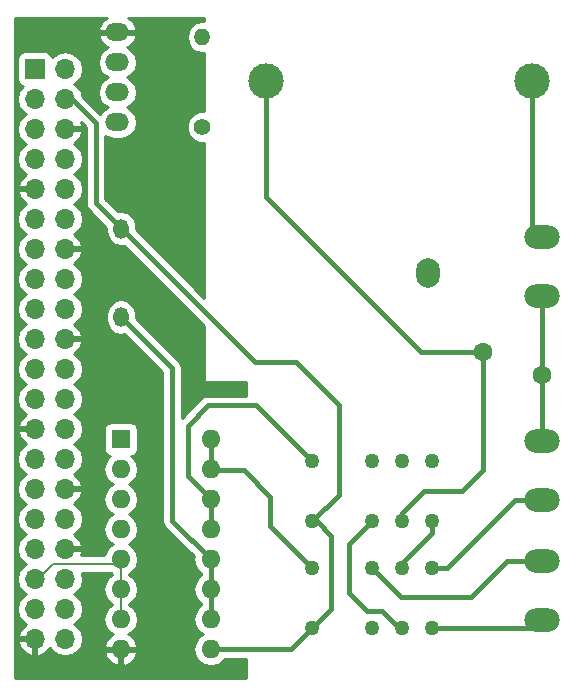
<source format=gbr>
G04 #@! TF.FileFunction,Copper,L1,Top,Signal*
%FSLAX46Y46*%
G04 Gerber Fmt 4.6, Leading zero omitted, Abs format (unit mm)*
G04 Created by KiCad (PCBNEW 4.0.7) date 06/28/18 12:54:00*
%MOMM*%
%LPD*%
G01*
G04 APERTURE LIST*
%ADD10C,0.100000*%
%ADD11C,1.270000*%
%ADD12C,3.000000*%
%ADD13R,1.700000X1.700000*%
%ADD14O,1.700000X1.700000*%
%ADD15O,3.000000X2.000000*%
%ADD16C,1.400000*%
%ADD17O,1.400000X1.400000*%
%ADD18C,1.600000*%
%ADD19O,2.000000X1.500000*%
%ADD20R,1.600000X1.600000*%
%ADD21O,1.600000X1.600000*%
%ADD22O,2.000000X2.500000*%
%ADD23O,1.300000X1.700000*%
%ADD24C,0.400000*%
%ADD25C,0.200000*%
%ADD26C,0.254000*%
G04 APERTURE END LIST*
D10*
D11*
X60274600Y-79830000D03*
X65354600Y-79830000D03*
X67894600Y-79830000D03*
X70434600Y-79830000D03*
X70434600Y-74750000D03*
X67894600Y-74750000D03*
X65354600Y-74750000D03*
X60274600Y-74750000D03*
X60274600Y-70830000D03*
X65354600Y-70830000D03*
X67894600Y-70830000D03*
X70434600Y-70830000D03*
X70434600Y-65750000D03*
X67894600Y-65750000D03*
X65354600Y-65750000D03*
X60274600Y-65750000D03*
D12*
X78892400Y-33528000D03*
X56392400Y-33528000D03*
D13*
X36830000Y-32512000D03*
D14*
X39370000Y-32512000D03*
X36830000Y-35052000D03*
X39370000Y-35052000D03*
X36830000Y-37592000D03*
X39370000Y-37592000D03*
X36830000Y-40132000D03*
X39370000Y-40132000D03*
X36830000Y-42672000D03*
X39370000Y-42672000D03*
X36830000Y-45212000D03*
X39370000Y-45212000D03*
X36830000Y-47752000D03*
X39370000Y-47752000D03*
X36830000Y-50292000D03*
X39370000Y-50292000D03*
X36830000Y-52832000D03*
X39370000Y-52832000D03*
X36830000Y-55372000D03*
X39370000Y-55372000D03*
X36830000Y-57912000D03*
X39370000Y-57912000D03*
X36830000Y-60452000D03*
X39370000Y-60452000D03*
X36830000Y-62992000D03*
X39370000Y-62992000D03*
X36830000Y-65532000D03*
X39370000Y-65532000D03*
X36830000Y-68072000D03*
X39370000Y-68072000D03*
X36830000Y-70612000D03*
X39370000Y-70612000D03*
X36830000Y-73152000D03*
X39370000Y-73152000D03*
X36830000Y-75692000D03*
X39370000Y-75692000D03*
X36830000Y-78232000D03*
X39370000Y-78232000D03*
X36830000Y-80772000D03*
X39370000Y-80772000D03*
D15*
X79756000Y-79208000D03*
X79756000Y-74208000D03*
X79756000Y-51776000D03*
X79756000Y-46776000D03*
X79756000Y-69048000D03*
X79756000Y-64048000D03*
D16*
X51003200Y-37439600D03*
D17*
X51003200Y-29819600D03*
D18*
X79756000Y-58420000D03*
X74756000Y-56520000D03*
D19*
X43797600Y-37033200D03*
X43797600Y-34493200D03*
X43797600Y-31953200D03*
X43797600Y-29413200D03*
D20*
X44094400Y-63855600D03*
D21*
X51714400Y-81635600D03*
X44094400Y-66395600D03*
X51714400Y-79095600D03*
X44094400Y-68935600D03*
X51714400Y-76555600D03*
X44094400Y-71475600D03*
X51714400Y-74015600D03*
X44094400Y-74015600D03*
X51714400Y-71475600D03*
X44094400Y-76555600D03*
X51714400Y-68935600D03*
X44094400Y-79095600D03*
X51714400Y-66395600D03*
X44094400Y-81635600D03*
X51714400Y-63855600D03*
D22*
X70116000Y-49784000D03*
D23*
X44116000Y-46034000D03*
X44116000Y-53534000D03*
D24*
X39370000Y-35052000D02*
X39928800Y-35052000D01*
X39928800Y-35052000D02*
X41960800Y-37084000D01*
X41960800Y-37084000D02*
X41960800Y-43878800D01*
X41960800Y-43878800D02*
X55435200Y-57353200D01*
X55435200Y-57353200D02*
X58928000Y-57353200D01*
X58928000Y-57353200D02*
X62534800Y-60960000D01*
X62534800Y-60960000D02*
X62534800Y-68569800D01*
X62534800Y-68569800D02*
X60274600Y-70830000D01*
X60274600Y-70830000D02*
X60670000Y-70830000D01*
X60670000Y-70830000D02*
X61874400Y-72034400D01*
X61874400Y-72034400D02*
X61874400Y-78230200D01*
X61874400Y-78230200D02*
X60274600Y-79830000D01*
X51714400Y-81635600D02*
X58469000Y-81635600D01*
X58469000Y-81635600D02*
X60274600Y-79830000D01*
X67894600Y-79830000D02*
X67688800Y-79830000D01*
X67688800Y-79830000D02*
X66243200Y-78384400D01*
X66243200Y-78384400D02*
X64973200Y-78384400D01*
X64973200Y-78384400D02*
X63449200Y-76860400D01*
X63449200Y-76860400D02*
X63449200Y-72735400D01*
X63449200Y-72735400D02*
X65354600Y-70830000D01*
X67894600Y-74750000D02*
X67894600Y-74355400D01*
X67894600Y-74355400D02*
X70434600Y-71815400D01*
X70434600Y-71815400D02*
X70434600Y-70830000D01*
X51714400Y-63855600D02*
X51714400Y-66395600D01*
X51714400Y-66395600D02*
X51818800Y-66500000D01*
X51818800Y-66500000D02*
X54500000Y-66500000D01*
X54500000Y-66500000D02*
X56750000Y-68750000D01*
X56750000Y-68750000D02*
X56750000Y-71225400D01*
X56750000Y-71225400D02*
X60274600Y-74750000D01*
X51714400Y-71475600D02*
X51714400Y-68935600D01*
X51714400Y-68935600D02*
X49750000Y-66971200D01*
X49750000Y-66971200D02*
X49750000Y-62750000D01*
X49750000Y-62750000D02*
X51500000Y-61000000D01*
X51500000Y-61000000D02*
X55524600Y-61000000D01*
X55524600Y-61000000D02*
X60274600Y-65750000D01*
X78892400Y-33528000D02*
X78892400Y-45912400D01*
X78892400Y-45912400D02*
X79756000Y-46776000D01*
X74756000Y-56520000D02*
X69520000Y-56520000D01*
X56392400Y-43392400D02*
X56392400Y-33528000D01*
X69520000Y-56520000D02*
X56392400Y-43392400D01*
X67894600Y-70830000D02*
X67894600Y-70105400D01*
X74756000Y-66494000D02*
X74756000Y-56520000D01*
X73000000Y-68250000D02*
X74756000Y-66494000D01*
X69750000Y-68250000D02*
X73000000Y-68250000D01*
X67894600Y-70105400D02*
X69750000Y-68250000D01*
D25*
X44094400Y-79095600D02*
X44094400Y-76555600D01*
X36830000Y-75692000D02*
X37084000Y-75692000D01*
X37084000Y-75692000D02*
X38354000Y-74422000D01*
X38354000Y-74422000D02*
X43688000Y-74422000D01*
X43688000Y-74422000D02*
X44094400Y-74828400D01*
X44094400Y-74828400D02*
X44094400Y-79095600D01*
D24*
X70434600Y-79830000D02*
X79134000Y-79830000D01*
X79134000Y-79830000D02*
X79756000Y-79208000D01*
X79756000Y-74208000D02*
X76792000Y-74208000D01*
X67854600Y-77250000D02*
X65354600Y-74750000D01*
X73750000Y-77250000D02*
X67854600Y-77250000D01*
X76792000Y-74208000D02*
X73750000Y-77250000D01*
X79756000Y-64048000D02*
X79756000Y-51776000D01*
X70434600Y-74750000D02*
X71750000Y-74750000D01*
X77452000Y-69048000D02*
X79756000Y-69048000D01*
X71750000Y-74750000D02*
X77452000Y-69048000D01*
X51714400Y-79095600D02*
X51714400Y-74015600D01*
X51714400Y-74015600D02*
X48448800Y-70750000D01*
X48448800Y-70750000D02*
X48448800Y-57866800D01*
X48448800Y-57866800D02*
X44116000Y-53534000D01*
D26*
G36*
X42494864Y-28496306D02*
X42224119Y-28968965D01*
X42205282Y-29072015D01*
X42327944Y-29286200D01*
X43670600Y-29286200D01*
X43670600Y-29266200D01*
X43924600Y-29266200D01*
X43924600Y-29286200D01*
X45267256Y-29286200D01*
X45389918Y-29072015D01*
X45371081Y-28968965D01*
X45100336Y-28496306D01*
X44707579Y-28192800D01*
X51181000Y-28192800D01*
X51181000Y-28493813D01*
X51003200Y-28458446D01*
X50492318Y-28560067D01*
X50059212Y-28849458D01*
X49769821Y-29282564D01*
X49668200Y-29793446D01*
X49668200Y-29845754D01*
X49769821Y-30356636D01*
X50059212Y-30789742D01*
X50492318Y-31079133D01*
X51003200Y-31180754D01*
X51181000Y-31145387D01*
X51181000Y-36104754D01*
X50738817Y-36104369D01*
X50247971Y-36307182D01*
X49872102Y-36682396D01*
X49668432Y-37172887D01*
X49667969Y-37703983D01*
X49870782Y-38194829D01*
X50245996Y-38570698D01*
X50736487Y-38774368D01*
X51181000Y-38774756D01*
X51181000Y-51918132D01*
X45351000Y-46088132D01*
X45351000Y-45754907D01*
X45256991Y-45282293D01*
X44989277Y-44881630D01*
X44588614Y-44613916D01*
X44116000Y-44519907D01*
X43838061Y-44575193D01*
X42795800Y-43532932D01*
X42795800Y-38185985D01*
X42985551Y-38312773D01*
X43515568Y-38418200D01*
X44079632Y-38418200D01*
X44609649Y-38312773D01*
X45058975Y-38012543D01*
X45359205Y-37563217D01*
X45464632Y-37033200D01*
X45359205Y-36503183D01*
X45058975Y-36053857D01*
X44623976Y-35763200D01*
X45058975Y-35472543D01*
X45359205Y-35023217D01*
X45464632Y-34493200D01*
X45359205Y-33963183D01*
X45058975Y-33513857D01*
X44623976Y-33223200D01*
X45058975Y-32932543D01*
X45359205Y-32483217D01*
X45464632Y-31953200D01*
X45359205Y-31423183D01*
X45058975Y-30973857D01*
X44615761Y-30677711D01*
X44669321Y-30663164D01*
X45100336Y-30330094D01*
X45371081Y-29857435D01*
X45389918Y-29754385D01*
X45267256Y-29540200D01*
X43924600Y-29540200D01*
X43924600Y-29560200D01*
X43670600Y-29560200D01*
X43670600Y-29540200D01*
X42327944Y-29540200D01*
X42205282Y-29754385D01*
X42224119Y-29857435D01*
X42494864Y-30330094D01*
X42925879Y-30663164D01*
X42979439Y-30677711D01*
X42536225Y-30973857D01*
X42235995Y-31423183D01*
X42130568Y-31953200D01*
X42235995Y-32483217D01*
X42536225Y-32932543D01*
X42971224Y-33223200D01*
X42536225Y-33513857D01*
X42235995Y-33963183D01*
X42130568Y-34493200D01*
X42235995Y-35023217D01*
X42536225Y-35472543D01*
X42971224Y-35763200D01*
X42536225Y-36053857D01*
X42366114Y-36308446D01*
X40828082Y-34770414D01*
X40771054Y-34483715D01*
X40449147Y-34001946D01*
X40119974Y-33782000D01*
X40449147Y-33562054D01*
X40771054Y-33080285D01*
X40884093Y-32512000D01*
X40771054Y-31943715D01*
X40449147Y-31461946D01*
X39967378Y-31140039D01*
X39399093Y-31027000D01*
X39340907Y-31027000D01*
X38772622Y-31140039D01*
X38290853Y-31461946D01*
X38290029Y-31463179D01*
X38283162Y-31426683D01*
X38144090Y-31210559D01*
X37931890Y-31065569D01*
X37680000Y-31014560D01*
X35980000Y-31014560D01*
X35744683Y-31058838D01*
X35528559Y-31197910D01*
X35383569Y-31410110D01*
X35332560Y-31662000D01*
X35332560Y-33362000D01*
X35376838Y-33597317D01*
X35515910Y-33813441D01*
X35728110Y-33958431D01*
X35795541Y-33972086D01*
X35750853Y-34001946D01*
X35428946Y-34483715D01*
X35315907Y-35052000D01*
X35428946Y-35620285D01*
X35750853Y-36102054D01*
X36080026Y-36322000D01*
X35750853Y-36541946D01*
X35428946Y-37023715D01*
X35315907Y-37592000D01*
X35428946Y-38160285D01*
X35750853Y-38642054D01*
X36080026Y-38862000D01*
X35750853Y-39081946D01*
X35428946Y-39563715D01*
X35315907Y-40132000D01*
X35428946Y-40700285D01*
X35750853Y-41182054D01*
X36091553Y-41409702D01*
X35948642Y-41476817D01*
X35558355Y-41905076D01*
X35388524Y-42315110D01*
X35509845Y-42545000D01*
X36703000Y-42545000D01*
X36703000Y-42525000D01*
X36957000Y-42525000D01*
X36957000Y-42545000D01*
X36977000Y-42545000D01*
X36977000Y-42799000D01*
X36957000Y-42799000D01*
X36957000Y-42819000D01*
X36703000Y-42819000D01*
X36703000Y-42799000D01*
X35509845Y-42799000D01*
X35388524Y-43028890D01*
X35558355Y-43438924D01*
X35948642Y-43867183D01*
X36091553Y-43934298D01*
X35750853Y-44161946D01*
X35428946Y-44643715D01*
X35315907Y-45212000D01*
X35428946Y-45780285D01*
X35750853Y-46262054D01*
X36080026Y-46482000D01*
X35750853Y-46701946D01*
X35428946Y-47183715D01*
X35315907Y-47752000D01*
X35428946Y-48320285D01*
X35750853Y-48802054D01*
X36080026Y-49022000D01*
X35750853Y-49241946D01*
X35428946Y-49723715D01*
X35315907Y-50292000D01*
X35428946Y-50860285D01*
X35750853Y-51342054D01*
X36080026Y-51562000D01*
X35750853Y-51781946D01*
X35428946Y-52263715D01*
X35315907Y-52832000D01*
X35428946Y-53400285D01*
X35750853Y-53882054D01*
X36080026Y-54102000D01*
X35750853Y-54321946D01*
X35428946Y-54803715D01*
X35315907Y-55372000D01*
X35428946Y-55940285D01*
X35750853Y-56422054D01*
X36080026Y-56642000D01*
X35750853Y-56861946D01*
X35428946Y-57343715D01*
X35315907Y-57912000D01*
X35428946Y-58480285D01*
X35750853Y-58962054D01*
X36080026Y-59182000D01*
X35750853Y-59401946D01*
X35428946Y-59883715D01*
X35315907Y-60452000D01*
X35428946Y-61020285D01*
X35750853Y-61502054D01*
X36091553Y-61729702D01*
X35948642Y-61796817D01*
X35558355Y-62225076D01*
X35388524Y-62635110D01*
X35509845Y-62865000D01*
X36703000Y-62865000D01*
X36703000Y-62845000D01*
X36957000Y-62845000D01*
X36957000Y-62865000D01*
X36977000Y-62865000D01*
X36977000Y-63119000D01*
X36957000Y-63119000D01*
X36957000Y-63139000D01*
X36703000Y-63139000D01*
X36703000Y-63119000D01*
X35509845Y-63119000D01*
X35388524Y-63348890D01*
X35558355Y-63758924D01*
X35948642Y-64187183D01*
X36091553Y-64254298D01*
X35750853Y-64481946D01*
X35428946Y-64963715D01*
X35315907Y-65532000D01*
X35428946Y-66100285D01*
X35750853Y-66582054D01*
X36080026Y-66802000D01*
X35750853Y-67021946D01*
X35428946Y-67503715D01*
X35315907Y-68072000D01*
X35428946Y-68640285D01*
X35750853Y-69122054D01*
X36080026Y-69342000D01*
X35750853Y-69561946D01*
X35428946Y-70043715D01*
X35315907Y-70612000D01*
X35428946Y-71180285D01*
X35750853Y-71662054D01*
X36080026Y-71882000D01*
X35750853Y-72101946D01*
X35428946Y-72583715D01*
X35315907Y-73152000D01*
X35428946Y-73720285D01*
X35750853Y-74202054D01*
X36080026Y-74422000D01*
X35750853Y-74641946D01*
X35428946Y-75123715D01*
X35315907Y-75692000D01*
X35428946Y-76260285D01*
X35750853Y-76742054D01*
X36080026Y-76962000D01*
X35750853Y-77181946D01*
X35428946Y-77663715D01*
X35315907Y-78232000D01*
X35428946Y-78800285D01*
X35750853Y-79282054D01*
X36091553Y-79509702D01*
X35948642Y-79576817D01*
X35558355Y-80005076D01*
X35388524Y-80415110D01*
X35509845Y-80645000D01*
X36703000Y-80645000D01*
X36703000Y-80625000D01*
X36957000Y-80625000D01*
X36957000Y-80645000D01*
X36977000Y-80645000D01*
X36977000Y-80899000D01*
X36957000Y-80899000D01*
X36957000Y-82092819D01*
X37186892Y-82213486D01*
X37711358Y-81967183D01*
X38101645Y-81538924D01*
X38101655Y-81538899D01*
X38290853Y-81822054D01*
X38772622Y-82143961D01*
X39340907Y-82257000D01*
X39399093Y-82257000D01*
X39967378Y-82143961D01*
X40205820Y-81984639D01*
X42702496Y-81984639D01*
X42863359Y-82373023D01*
X43239266Y-82787989D01*
X43745359Y-83027514D01*
X43967400Y-82906229D01*
X43967400Y-81762600D01*
X44221400Y-81762600D01*
X44221400Y-82906229D01*
X44443441Y-83027514D01*
X44949534Y-82787989D01*
X45325441Y-82373023D01*
X45486304Y-81984639D01*
X45364315Y-81762600D01*
X44221400Y-81762600D01*
X43967400Y-81762600D01*
X42824485Y-81762600D01*
X42702496Y-81984639D01*
X40205820Y-81984639D01*
X40449147Y-81822054D01*
X40771054Y-81340285D01*
X40884093Y-80772000D01*
X40771054Y-80203715D01*
X40449147Y-79721946D01*
X40119974Y-79502000D01*
X40449147Y-79282054D01*
X40771054Y-78800285D01*
X40884093Y-78232000D01*
X40771054Y-77663715D01*
X40449147Y-77181946D01*
X40119974Y-76962000D01*
X40449147Y-76742054D01*
X40771054Y-76260285D01*
X40884093Y-75692000D01*
X40777675Y-75157000D01*
X43241212Y-75157000D01*
X43359400Y-75235971D01*
X43359400Y-75335229D01*
X43051589Y-75540902D01*
X42740520Y-76006449D01*
X42631287Y-76555600D01*
X42740520Y-77104751D01*
X43051589Y-77570298D01*
X43359400Y-77775971D01*
X43359400Y-77875229D01*
X43051589Y-78080902D01*
X42740520Y-78546449D01*
X42631287Y-79095600D01*
X42740520Y-79644751D01*
X43051589Y-80110298D01*
X43456103Y-80380586D01*
X43239266Y-80483211D01*
X42863359Y-80898177D01*
X42702496Y-81286561D01*
X42824485Y-81508600D01*
X43967400Y-81508600D01*
X43967400Y-81488600D01*
X44221400Y-81488600D01*
X44221400Y-81508600D01*
X45364315Y-81508600D01*
X45486304Y-81286561D01*
X45325441Y-80898177D01*
X44949534Y-80483211D01*
X44732697Y-80380586D01*
X45137211Y-80110298D01*
X45448280Y-79644751D01*
X45557513Y-79095600D01*
X45448280Y-78546449D01*
X45137211Y-78080902D01*
X44829400Y-77875229D01*
X44829400Y-77775971D01*
X45137211Y-77570298D01*
X45448280Y-77104751D01*
X45557513Y-76555600D01*
X45448280Y-76006449D01*
X45137211Y-75540902D01*
X44829400Y-75335229D01*
X44829400Y-75235971D01*
X45137211Y-75030298D01*
X45448280Y-74564751D01*
X45557513Y-74015600D01*
X45448280Y-73466449D01*
X45137211Y-73000902D01*
X44755125Y-72745600D01*
X45137211Y-72490298D01*
X45448280Y-72024751D01*
X45557513Y-71475600D01*
X45448280Y-70926449D01*
X45137211Y-70460902D01*
X44755125Y-70205600D01*
X45137211Y-69950298D01*
X45448280Y-69484751D01*
X45557513Y-68935600D01*
X45448280Y-68386449D01*
X45137211Y-67920902D01*
X44755125Y-67665600D01*
X45137211Y-67410298D01*
X45448280Y-66944751D01*
X45557513Y-66395600D01*
X45448280Y-65846449D01*
X45137211Y-65380902D01*
X44992935Y-65284499D01*
X45129717Y-65258762D01*
X45345841Y-65119690D01*
X45490831Y-64907490D01*
X45541840Y-64655600D01*
X45541840Y-63055600D01*
X45497562Y-62820283D01*
X45358490Y-62604159D01*
X45146290Y-62459169D01*
X44894400Y-62408160D01*
X43294400Y-62408160D01*
X43059083Y-62452438D01*
X42842959Y-62591510D01*
X42697969Y-62803710D01*
X42646960Y-63055600D01*
X42646960Y-64655600D01*
X42691238Y-64890917D01*
X42830310Y-65107041D01*
X43042510Y-65252031D01*
X43197489Y-65283415D01*
X43051589Y-65380902D01*
X42740520Y-65846449D01*
X42631287Y-66395600D01*
X42740520Y-66944751D01*
X43051589Y-67410298D01*
X43433675Y-67665600D01*
X43051589Y-67920902D01*
X42740520Y-68386449D01*
X42631287Y-68935600D01*
X42740520Y-69484751D01*
X43051589Y-69950298D01*
X43433675Y-70205600D01*
X43051589Y-70460902D01*
X42740520Y-70926449D01*
X42631287Y-71475600D01*
X42740520Y-72024751D01*
X43051589Y-72490298D01*
X43433675Y-72745600D01*
X43051589Y-73000902D01*
X42740520Y-73466449D01*
X42696650Y-73687000D01*
X40737705Y-73687000D01*
X40811476Y-73508890D01*
X40690155Y-73279000D01*
X39497000Y-73279000D01*
X39497000Y-73299000D01*
X39243000Y-73299000D01*
X39243000Y-73279000D01*
X39223000Y-73279000D01*
X39223000Y-73025000D01*
X39243000Y-73025000D01*
X39243000Y-73005000D01*
X39497000Y-73005000D01*
X39497000Y-73025000D01*
X40690155Y-73025000D01*
X40811476Y-72795110D01*
X40641645Y-72385076D01*
X40251358Y-71956817D01*
X40108447Y-71889702D01*
X40449147Y-71662054D01*
X40771054Y-71180285D01*
X40884093Y-70612000D01*
X40771054Y-70043715D01*
X40449147Y-69561946D01*
X40108447Y-69334298D01*
X40251358Y-69267183D01*
X40641645Y-68838924D01*
X40811476Y-68428890D01*
X40690155Y-68199000D01*
X39497000Y-68199000D01*
X39497000Y-68219000D01*
X39243000Y-68219000D01*
X39243000Y-68199000D01*
X39223000Y-68199000D01*
X39223000Y-67945000D01*
X39243000Y-67945000D01*
X39243000Y-67925000D01*
X39497000Y-67925000D01*
X39497000Y-67945000D01*
X40690155Y-67945000D01*
X40811476Y-67715110D01*
X40641645Y-67305076D01*
X40251358Y-66876817D01*
X40108447Y-66809702D01*
X40449147Y-66582054D01*
X40771054Y-66100285D01*
X40884093Y-65532000D01*
X40771054Y-64963715D01*
X40449147Y-64481946D01*
X40119974Y-64262000D01*
X40449147Y-64042054D01*
X40771054Y-63560285D01*
X40884093Y-62992000D01*
X40771054Y-62423715D01*
X40449147Y-61941946D01*
X40119974Y-61722000D01*
X40449147Y-61502054D01*
X40771054Y-61020285D01*
X40884093Y-60452000D01*
X40771054Y-59883715D01*
X40449147Y-59401946D01*
X40119974Y-59182000D01*
X40449147Y-58962054D01*
X40771054Y-58480285D01*
X40884093Y-57912000D01*
X40771054Y-57343715D01*
X40449147Y-56861946D01*
X40108447Y-56634298D01*
X40251358Y-56567183D01*
X40641645Y-56138924D01*
X40811476Y-55728890D01*
X40690155Y-55499000D01*
X39497000Y-55499000D01*
X39497000Y-55519000D01*
X39243000Y-55519000D01*
X39243000Y-55499000D01*
X39223000Y-55499000D01*
X39223000Y-55245000D01*
X39243000Y-55245000D01*
X39243000Y-55225000D01*
X39497000Y-55225000D01*
X39497000Y-55245000D01*
X40690155Y-55245000D01*
X40811476Y-55015110D01*
X40641645Y-54605076D01*
X40251358Y-54176817D01*
X40108447Y-54109702D01*
X40449147Y-53882054D01*
X40771054Y-53400285D01*
X40884093Y-52832000D01*
X40771054Y-52263715D01*
X40449147Y-51781946D01*
X40119974Y-51562000D01*
X40449147Y-51342054D01*
X40771054Y-50860285D01*
X40884093Y-50292000D01*
X40771054Y-49723715D01*
X40449147Y-49241946D01*
X40108447Y-49014298D01*
X40251358Y-48947183D01*
X40641645Y-48518924D01*
X40811476Y-48108890D01*
X40690155Y-47879000D01*
X39497000Y-47879000D01*
X39497000Y-47899000D01*
X39243000Y-47899000D01*
X39243000Y-47879000D01*
X39223000Y-47879000D01*
X39223000Y-47625000D01*
X39243000Y-47625000D01*
X39243000Y-47605000D01*
X39497000Y-47605000D01*
X39497000Y-47625000D01*
X40690155Y-47625000D01*
X40811476Y-47395110D01*
X40641645Y-46985076D01*
X40251358Y-46556817D01*
X40108447Y-46489702D01*
X40449147Y-46262054D01*
X40771054Y-45780285D01*
X40884093Y-45212000D01*
X40771054Y-44643715D01*
X40449147Y-44161946D01*
X40119974Y-43942000D01*
X40449147Y-43722054D01*
X40771054Y-43240285D01*
X40884093Y-42672000D01*
X40771054Y-42103715D01*
X40449147Y-41621946D01*
X40119974Y-41402000D01*
X40449147Y-41182054D01*
X40771054Y-40700285D01*
X40884093Y-40132000D01*
X40771054Y-39563715D01*
X40449147Y-39081946D01*
X40108447Y-38854298D01*
X40251358Y-38787183D01*
X40641645Y-38358924D01*
X40811476Y-37948890D01*
X40690155Y-37719000D01*
X39497000Y-37719000D01*
X39497000Y-37739000D01*
X39243000Y-37739000D01*
X39243000Y-37719000D01*
X39223000Y-37719000D01*
X39223000Y-37465000D01*
X39243000Y-37465000D01*
X39243000Y-37445000D01*
X39497000Y-37445000D01*
X39497000Y-37465000D01*
X40690155Y-37465000D01*
X40811476Y-37235110D01*
X40726939Y-37031007D01*
X41125800Y-37429868D01*
X41125800Y-43878800D01*
X41189361Y-44198341D01*
X41370366Y-44469234D01*
X42881000Y-45979868D01*
X42881000Y-46313093D01*
X42975009Y-46785707D01*
X43242723Y-47186370D01*
X43643386Y-47454084D01*
X44116000Y-47548093D01*
X44393939Y-47492807D01*
X51181000Y-54279868D01*
X51181000Y-58928000D01*
X51191006Y-58977410D01*
X51219447Y-59019035D01*
X51261841Y-59046315D01*
X51308000Y-59055000D01*
X54737000Y-59055000D01*
X54737000Y-60165000D01*
X51500000Y-60165000D01*
X51180460Y-60228560D01*
X50909566Y-60409566D01*
X49283800Y-62035332D01*
X49283800Y-57866800D01*
X49220240Y-57547260D01*
X49039234Y-57276366D01*
X45351000Y-53588132D01*
X45351000Y-53254907D01*
X45256991Y-52782293D01*
X44989277Y-52381630D01*
X44588614Y-52113916D01*
X44116000Y-52019907D01*
X43643386Y-52113916D01*
X43242723Y-52381630D01*
X42975009Y-52782293D01*
X42881000Y-53254907D01*
X42881000Y-53813093D01*
X42975009Y-54285707D01*
X43242723Y-54686370D01*
X43643386Y-54954084D01*
X44116000Y-55048093D01*
X44393939Y-54992807D01*
X47613800Y-58212668D01*
X47613800Y-70750000D01*
X47677361Y-71069541D01*
X47751358Y-71180285D01*
X47858366Y-71340434D01*
X50298114Y-73780182D01*
X50251287Y-74015600D01*
X50360520Y-74564751D01*
X50671589Y-75030298D01*
X50879400Y-75169153D01*
X50879400Y-75402047D01*
X50671589Y-75540902D01*
X50360520Y-76006449D01*
X50251287Y-76555600D01*
X50360520Y-77104751D01*
X50671589Y-77570298D01*
X50879400Y-77709153D01*
X50879400Y-77942047D01*
X50671589Y-78080902D01*
X50360520Y-78546449D01*
X50251287Y-79095600D01*
X50360520Y-79644751D01*
X50671589Y-80110298D01*
X51053675Y-80365600D01*
X50671589Y-80620902D01*
X50360520Y-81086449D01*
X50251287Y-81635600D01*
X50360520Y-82184751D01*
X50671589Y-82650298D01*
X51137136Y-82961367D01*
X51686287Y-83070600D01*
X51742513Y-83070600D01*
X52291664Y-82961367D01*
X52757211Y-82650298D01*
X52877282Y-82470600D01*
X54737000Y-82470600D01*
X54737000Y-84075200D01*
X35152400Y-84075200D01*
X35152400Y-81128890D01*
X35388524Y-81128890D01*
X35558355Y-81538924D01*
X35948642Y-81967183D01*
X36473108Y-82213486D01*
X36703000Y-82092819D01*
X36703000Y-80899000D01*
X35509845Y-80899000D01*
X35388524Y-81128890D01*
X35152400Y-81128890D01*
X35152400Y-28192800D01*
X42887621Y-28192800D01*
X42494864Y-28496306D01*
X42494864Y-28496306D01*
G37*
X42494864Y-28496306D02*
X42224119Y-28968965D01*
X42205282Y-29072015D01*
X42327944Y-29286200D01*
X43670600Y-29286200D01*
X43670600Y-29266200D01*
X43924600Y-29266200D01*
X43924600Y-29286200D01*
X45267256Y-29286200D01*
X45389918Y-29072015D01*
X45371081Y-28968965D01*
X45100336Y-28496306D01*
X44707579Y-28192800D01*
X51181000Y-28192800D01*
X51181000Y-28493813D01*
X51003200Y-28458446D01*
X50492318Y-28560067D01*
X50059212Y-28849458D01*
X49769821Y-29282564D01*
X49668200Y-29793446D01*
X49668200Y-29845754D01*
X49769821Y-30356636D01*
X50059212Y-30789742D01*
X50492318Y-31079133D01*
X51003200Y-31180754D01*
X51181000Y-31145387D01*
X51181000Y-36104754D01*
X50738817Y-36104369D01*
X50247971Y-36307182D01*
X49872102Y-36682396D01*
X49668432Y-37172887D01*
X49667969Y-37703983D01*
X49870782Y-38194829D01*
X50245996Y-38570698D01*
X50736487Y-38774368D01*
X51181000Y-38774756D01*
X51181000Y-51918132D01*
X45351000Y-46088132D01*
X45351000Y-45754907D01*
X45256991Y-45282293D01*
X44989277Y-44881630D01*
X44588614Y-44613916D01*
X44116000Y-44519907D01*
X43838061Y-44575193D01*
X42795800Y-43532932D01*
X42795800Y-38185985D01*
X42985551Y-38312773D01*
X43515568Y-38418200D01*
X44079632Y-38418200D01*
X44609649Y-38312773D01*
X45058975Y-38012543D01*
X45359205Y-37563217D01*
X45464632Y-37033200D01*
X45359205Y-36503183D01*
X45058975Y-36053857D01*
X44623976Y-35763200D01*
X45058975Y-35472543D01*
X45359205Y-35023217D01*
X45464632Y-34493200D01*
X45359205Y-33963183D01*
X45058975Y-33513857D01*
X44623976Y-33223200D01*
X45058975Y-32932543D01*
X45359205Y-32483217D01*
X45464632Y-31953200D01*
X45359205Y-31423183D01*
X45058975Y-30973857D01*
X44615761Y-30677711D01*
X44669321Y-30663164D01*
X45100336Y-30330094D01*
X45371081Y-29857435D01*
X45389918Y-29754385D01*
X45267256Y-29540200D01*
X43924600Y-29540200D01*
X43924600Y-29560200D01*
X43670600Y-29560200D01*
X43670600Y-29540200D01*
X42327944Y-29540200D01*
X42205282Y-29754385D01*
X42224119Y-29857435D01*
X42494864Y-30330094D01*
X42925879Y-30663164D01*
X42979439Y-30677711D01*
X42536225Y-30973857D01*
X42235995Y-31423183D01*
X42130568Y-31953200D01*
X42235995Y-32483217D01*
X42536225Y-32932543D01*
X42971224Y-33223200D01*
X42536225Y-33513857D01*
X42235995Y-33963183D01*
X42130568Y-34493200D01*
X42235995Y-35023217D01*
X42536225Y-35472543D01*
X42971224Y-35763200D01*
X42536225Y-36053857D01*
X42366114Y-36308446D01*
X40828082Y-34770414D01*
X40771054Y-34483715D01*
X40449147Y-34001946D01*
X40119974Y-33782000D01*
X40449147Y-33562054D01*
X40771054Y-33080285D01*
X40884093Y-32512000D01*
X40771054Y-31943715D01*
X40449147Y-31461946D01*
X39967378Y-31140039D01*
X39399093Y-31027000D01*
X39340907Y-31027000D01*
X38772622Y-31140039D01*
X38290853Y-31461946D01*
X38290029Y-31463179D01*
X38283162Y-31426683D01*
X38144090Y-31210559D01*
X37931890Y-31065569D01*
X37680000Y-31014560D01*
X35980000Y-31014560D01*
X35744683Y-31058838D01*
X35528559Y-31197910D01*
X35383569Y-31410110D01*
X35332560Y-31662000D01*
X35332560Y-33362000D01*
X35376838Y-33597317D01*
X35515910Y-33813441D01*
X35728110Y-33958431D01*
X35795541Y-33972086D01*
X35750853Y-34001946D01*
X35428946Y-34483715D01*
X35315907Y-35052000D01*
X35428946Y-35620285D01*
X35750853Y-36102054D01*
X36080026Y-36322000D01*
X35750853Y-36541946D01*
X35428946Y-37023715D01*
X35315907Y-37592000D01*
X35428946Y-38160285D01*
X35750853Y-38642054D01*
X36080026Y-38862000D01*
X35750853Y-39081946D01*
X35428946Y-39563715D01*
X35315907Y-40132000D01*
X35428946Y-40700285D01*
X35750853Y-41182054D01*
X36091553Y-41409702D01*
X35948642Y-41476817D01*
X35558355Y-41905076D01*
X35388524Y-42315110D01*
X35509845Y-42545000D01*
X36703000Y-42545000D01*
X36703000Y-42525000D01*
X36957000Y-42525000D01*
X36957000Y-42545000D01*
X36977000Y-42545000D01*
X36977000Y-42799000D01*
X36957000Y-42799000D01*
X36957000Y-42819000D01*
X36703000Y-42819000D01*
X36703000Y-42799000D01*
X35509845Y-42799000D01*
X35388524Y-43028890D01*
X35558355Y-43438924D01*
X35948642Y-43867183D01*
X36091553Y-43934298D01*
X35750853Y-44161946D01*
X35428946Y-44643715D01*
X35315907Y-45212000D01*
X35428946Y-45780285D01*
X35750853Y-46262054D01*
X36080026Y-46482000D01*
X35750853Y-46701946D01*
X35428946Y-47183715D01*
X35315907Y-47752000D01*
X35428946Y-48320285D01*
X35750853Y-48802054D01*
X36080026Y-49022000D01*
X35750853Y-49241946D01*
X35428946Y-49723715D01*
X35315907Y-50292000D01*
X35428946Y-50860285D01*
X35750853Y-51342054D01*
X36080026Y-51562000D01*
X35750853Y-51781946D01*
X35428946Y-52263715D01*
X35315907Y-52832000D01*
X35428946Y-53400285D01*
X35750853Y-53882054D01*
X36080026Y-54102000D01*
X35750853Y-54321946D01*
X35428946Y-54803715D01*
X35315907Y-55372000D01*
X35428946Y-55940285D01*
X35750853Y-56422054D01*
X36080026Y-56642000D01*
X35750853Y-56861946D01*
X35428946Y-57343715D01*
X35315907Y-57912000D01*
X35428946Y-58480285D01*
X35750853Y-58962054D01*
X36080026Y-59182000D01*
X35750853Y-59401946D01*
X35428946Y-59883715D01*
X35315907Y-60452000D01*
X35428946Y-61020285D01*
X35750853Y-61502054D01*
X36091553Y-61729702D01*
X35948642Y-61796817D01*
X35558355Y-62225076D01*
X35388524Y-62635110D01*
X35509845Y-62865000D01*
X36703000Y-62865000D01*
X36703000Y-62845000D01*
X36957000Y-62845000D01*
X36957000Y-62865000D01*
X36977000Y-62865000D01*
X36977000Y-63119000D01*
X36957000Y-63119000D01*
X36957000Y-63139000D01*
X36703000Y-63139000D01*
X36703000Y-63119000D01*
X35509845Y-63119000D01*
X35388524Y-63348890D01*
X35558355Y-63758924D01*
X35948642Y-64187183D01*
X36091553Y-64254298D01*
X35750853Y-64481946D01*
X35428946Y-64963715D01*
X35315907Y-65532000D01*
X35428946Y-66100285D01*
X35750853Y-66582054D01*
X36080026Y-66802000D01*
X35750853Y-67021946D01*
X35428946Y-67503715D01*
X35315907Y-68072000D01*
X35428946Y-68640285D01*
X35750853Y-69122054D01*
X36080026Y-69342000D01*
X35750853Y-69561946D01*
X35428946Y-70043715D01*
X35315907Y-70612000D01*
X35428946Y-71180285D01*
X35750853Y-71662054D01*
X36080026Y-71882000D01*
X35750853Y-72101946D01*
X35428946Y-72583715D01*
X35315907Y-73152000D01*
X35428946Y-73720285D01*
X35750853Y-74202054D01*
X36080026Y-74422000D01*
X35750853Y-74641946D01*
X35428946Y-75123715D01*
X35315907Y-75692000D01*
X35428946Y-76260285D01*
X35750853Y-76742054D01*
X36080026Y-76962000D01*
X35750853Y-77181946D01*
X35428946Y-77663715D01*
X35315907Y-78232000D01*
X35428946Y-78800285D01*
X35750853Y-79282054D01*
X36091553Y-79509702D01*
X35948642Y-79576817D01*
X35558355Y-80005076D01*
X35388524Y-80415110D01*
X35509845Y-80645000D01*
X36703000Y-80645000D01*
X36703000Y-80625000D01*
X36957000Y-80625000D01*
X36957000Y-80645000D01*
X36977000Y-80645000D01*
X36977000Y-80899000D01*
X36957000Y-80899000D01*
X36957000Y-82092819D01*
X37186892Y-82213486D01*
X37711358Y-81967183D01*
X38101645Y-81538924D01*
X38101655Y-81538899D01*
X38290853Y-81822054D01*
X38772622Y-82143961D01*
X39340907Y-82257000D01*
X39399093Y-82257000D01*
X39967378Y-82143961D01*
X40205820Y-81984639D01*
X42702496Y-81984639D01*
X42863359Y-82373023D01*
X43239266Y-82787989D01*
X43745359Y-83027514D01*
X43967400Y-82906229D01*
X43967400Y-81762600D01*
X44221400Y-81762600D01*
X44221400Y-82906229D01*
X44443441Y-83027514D01*
X44949534Y-82787989D01*
X45325441Y-82373023D01*
X45486304Y-81984639D01*
X45364315Y-81762600D01*
X44221400Y-81762600D01*
X43967400Y-81762600D01*
X42824485Y-81762600D01*
X42702496Y-81984639D01*
X40205820Y-81984639D01*
X40449147Y-81822054D01*
X40771054Y-81340285D01*
X40884093Y-80772000D01*
X40771054Y-80203715D01*
X40449147Y-79721946D01*
X40119974Y-79502000D01*
X40449147Y-79282054D01*
X40771054Y-78800285D01*
X40884093Y-78232000D01*
X40771054Y-77663715D01*
X40449147Y-77181946D01*
X40119974Y-76962000D01*
X40449147Y-76742054D01*
X40771054Y-76260285D01*
X40884093Y-75692000D01*
X40777675Y-75157000D01*
X43241212Y-75157000D01*
X43359400Y-75235971D01*
X43359400Y-75335229D01*
X43051589Y-75540902D01*
X42740520Y-76006449D01*
X42631287Y-76555600D01*
X42740520Y-77104751D01*
X43051589Y-77570298D01*
X43359400Y-77775971D01*
X43359400Y-77875229D01*
X43051589Y-78080902D01*
X42740520Y-78546449D01*
X42631287Y-79095600D01*
X42740520Y-79644751D01*
X43051589Y-80110298D01*
X43456103Y-80380586D01*
X43239266Y-80483211D01*
X42863359Y-80898177D01*
X42702496Y-81286561D01*
X42824485Y-81508600D01*
X43967400Y-81508600D01*
X43967400Y-81488600D01*
X44221400Y-81488600D01*
X44221400Y-81508600D01*
X45364315Y-81508600D01*
X45486304Y-81286561D01*
X45325441Y-80898177D01*
X44949534Y-80483211D01*
X44732697Y-80380586D01*
X45137211Y-80110298D01*
X45448280Y-79644751D01*
X45557513Y-79095600D01*
X45448280Y-78546449D01*
X45137211Y-78080902D01*
X44829400Y-77875229D01*
X44829400Y-77775971D01*
X45137211Y-77570298D01*
X45448280Y-77104751D01*
X45557513Y-76555600D01*
X45448280Y-76006449D01*
X45137211Y-75540902D01*
X44829400Y-75335229D01*
X44829400Y-75235971D01*
X45137211Y-75030298D01*
X45448280Y-74564751D01*
X45557513Y-74015600D01*
X45448280Y-73466449D01*
X45137211Y-73000902D01*
X44755125Y-72745600D01*
X45137211Y-72490298D01*
X45448280Y-72024751D01*
X45557513Y-71475600D01*
X45448280Y-70926449D01*
X45137211Y-70460902D01*
X44755125Y-70205600D01*
X45137211Y-69950298D01*
X45448280Y-69484751D01*
X45557513Y-68935600D01*
X45448280Y-68386449D01*
X45137211Y-67920902D01*
X44755125Y-67665600D01*
X45137211Y-67410298D01*
X45448280Y-66944751D01*
X45557513Y-66395600D01*
X45448280Y-65846449D01*
X45137211Y-65380902D01*
X44992935Y-65284499D01*
X45129717Y-65258762D01*
X45345841Y-65119690D01*
X45490831Y-64907490D01*
X45541840Y-64655600D01*
X45541840Y-63055600D01*
X45497562Y-62820283D01*
X45358490Y-62604159D01*
X45146290Y-62459169D01*
X44894400Y-62408160D01*
X43294400Y-62408160D01*
X43059083Y-62452438D01*
X42842959Y-62591510D01*
X42697969Y-62803710D01*
X42646960Y-63055600D01*
X42646960Y-64655600D01*
X42691238Y-64890917D01*
X42830310Y-65107041D01*
X43042510Y-65252031D01*
X43197489Y-65283415D01*
X43051589Y-65380902D01*
X42740520Y-65846449D01*
X42631287Y-66395600D01*
X42740520Y-66944751D01*
X43051589Y-67410298D01*
X43433675Y-67665600D01*
X43051589Y-67920902D01*
X42740520Y-68386449D01*
X42631287Y-68935600D01*
X42740520Y-69484751D01*
X43051589Y-69950298D01*
X43433675Y-70205600D01*
X43051589Y-70460902D01*
X42740520Y-70926449D01*
X42631287Y-71475600D01*
X42740520Y-72024751D01*
X43051589Y-72490298D01*
X43433675Y-72745600D01*
X43051589Y-73000902D01*
X42740520Y-73466449D01*
X42696650Y-73687000D01*
X40737705Y-73687000D01*
X40811476Y-73508890D01*
X40690155Y-73279000D01*
X39497000Y-73279000D01*
X39497000Y-73299000D01*
X39243000Y-73299000D01*
X39243000Y-73279000D01*
X39223000Y-73279000D01*
X39223000Y-73025000D01*
X39243000Y-73025000D01*
X39243000Y-73005000D01*
X39497000Y-73005000D01*
X39497000Y-73025000D01*
X40690155Y-73025000D01*
X40811476Y-72795110D01*
X40641645Y-72385076D01*
X40251358Y-71956817D01*
X40108447Y-71889702D01*
X40449147Y-71662054D01*
X40771054Y-71180285D01*
X40884093Y-70612000D01*
X40771054Y-70043715D01*
X40449147Y-69561946D01*
X40108447Y-69334298D01*
X40251358Y-69267183D01*
X40641645Y-68838924D01*
X40811476Y-68428890D01*
X40690155Y-68199000D01*
X39497000Y-68199000D01*
X39497000Y-68219000D01*
X39243000Y-68219000D01*
X39243000Y-68199000D01*
X39223000Y-68199000D01*
X39223000Y-67945000D01*
X39243000Y-67945000D01*
X39243000Y-67925000D01*
X39497000Y-67925000D01*
X39497000Y-67945000D01*
X40690155Y-67945000D01*
X40811476Y-67715110D01*
X40641645Y-67305076D01*
X40251358Y-66876817D01*
X40108447Y-66809702D01*
X40449147Y-66582054D01*
X40771054Y-66100285D01*
X40884093Y-65532000D01*
X40771054Y-64963715D01*
X40449147Y-64481946D01*
X40119974Y-64262000D01*
X40449147Y-64042054D01*
X40771054Y-63560285D01*
X40884093Y-62992000D01*
X40771054Y-62423715D01*
X40449147Y-61941946D01*
X40119974Y-61722000D01*
X40449147Y-61502054D01*
X40771054Y-61020285D01*
X40884093Y-60452000D01*
X40771054Y-59883715D01*
X40449147Y-59401946D01*
X40119974Y-59182000D01*
X40449147Y-58962054D01*
X40771054Y-58480285D01*
X40884093Y-57912000D01*
X40771054Y-57343715D01*
X40449147Y-56861946D01*
X40108447Y-56634298D01*
X40251358Y-56567183D01*
X40641645Y-56138924D01*
X40811476Y-55728890D01*
X40690155Y-55499000D01*
X39497000Y-55499000D01*
X39497000Y-55519000D01*
X39243000Y-55519000D01*
X39243000Y-55499000D01*
X39223000Y-55499000D01*
X39223000Y-55245000D01*
X39243000Y-55245000D01*
X39243000Y-55225000D01*
X39497000Y-55225000D01*
X39497000Y-55245000D01*
X40690155Y-55245000D01*
X40811476Y-55015110D01*
X40641645Y-54605076D01*
X40251358Y-54176817D01*
X40108447Y-54109702D01*
X40449147Y-53882054D01*
X40771054Y-53400285D01*
X40884093Y-52832000D01*
X40771054Y-52263715D01*
X40449147Y-51781946D01*
X40119974Y-51562000D01*
X40449147Y-51342054D01*
X40771054Y-50860285D01*
X40884093Y-50292000D01*
X40771054Y-49723715D01*
X40449147Y-49241946D01*
X40108447Y-49014298D01*
X40251358Y-48947183D01*
X40641645Y-48518924D01*
X40811476Y-48108890D01*
X40690155Y-47879000D01*
X39497000Y-47879000D01*
X39497000Y-47899000D01*
X39243000Y-47899000D01*
X39243000Y-47879000D01*
X39223000Y-47879000D01*
X39223000Y-47625000D01*
X39243000Y-47625000D01*
X39243000Y-47605000D01*
X39497000Y-47605000D01*
X39497000Y-47625000D01*
X40690155Y-47625000D01*
X40811476Y-47395110D01*
X40641645Y-46985076D01*
X40251358Y-46556817D01*
X40108447Y-46489702D01*
X40449147Y-46262054D01*
X40771054Y-45780285D01*
X40884093Y-45212000D01*
X40771054Y-44643715D01*
X40449147Y-44161946D01*
X40119974Y-43942000D01*
X40449147Y-43722054D01*
X40771054Y-43240285D01*
X40884093Y-42672000D01*
X40771054Y-42103715D01*
X40449147Y-41621946D01*
X40119974Y-41402000D01*
X40449147Y-41182054D01*
X40771054Y-40700285D01*
X40884093Y-40132000D01*
X40771054Y-39563715D01*
X40449147Y-39081946D01*
X40108447Y-38854298D01*
X40251358Y-38787183D01*
X40641645Y-38358924D01*
X40811476Y-37948890D01*
X40690155Y-37719000D01*
X39497000Y-37719000D01*
X39497000Y-37739000D01*
X39243000Y-37739000D01*
X39243000Y-37719000D01*
X39223000Y-37719000D01*
X39223000Y-37465000D01*
X39243000Y-37465000D01*
X39243000Y-37445000D01*
X39497000Y-37445000D01*
X39497000Y-37465000D01*
X40690155Y-37465000D01*
X40811476Y-37235110D01*
X40726939Y-37031007D01*
X41125800Y-37429868D01*
X41125800Y-43878800D01*
X41189361Y-44198341D01*
X41370366Y-44469234D01*
X42881000Y-45979868D01*
X42881000Y-46313093D01*
X42975009Y-46785707D01*
X43242723Y-47186370D01*
X43643386Y-47454084D01*
X44116000Y-47548093D01*
X44393939Y-47492807D01*
X51181000Y-54279868D01*
X51181000Y-58928000D01*
X51191006Y-58977410D01*
X51219447Y-59019035D01*
X51261841Y-59046315D01*
X51308000Y-59055000D01*
X54737000Y-59055000D01*
X54737000Y-60165000D01*
X51500000Y-60165000D01*
X51180460Y-60228560D01*
X50909566Y-60409566D01*
X49283800Y-62035332D01*
X49283800Y-57866800D01*
X49220240Y-57547260D01*
X49039234Y-57276366D01*
X45351000Y-53588132D01*
X45351000Y-53254907D01*
X45256991Y-52782293D01*
X44989277Y-52381630D01*
X44588614Y-52113916D01*
X44116000Y-52019907D01*
X43643386Y-52113916D01*
X43242723Y-52381630D01*
X42975009Y-52782293D01*
X42881000Y-53254907D01*
X42881000Y-53813093D01*
X42975009Y-54285707D01*
X43242723Y-54686370D01*
X43643386Y-54954084D01*
X44116000Y-55048093D01*
X44393939Y-54992807D01*
X47613800Y-58212668D01*
X47613800Y-70750000D01*
X47677361Y-71069541D01*
X47751358Y-71180285D01*
X47858366Y-71340434D01*
X50298114Y-73780182D01*
X50251287Y-74015600D01*
X50360520Y-74564751D01*
X50671589Y-75030298D01*
X50879400Y-75169153D01*
X50879400Y-75402047D01*
X50671589Y-75540902D01*
X50360520Y-76006449D01*
X50251287Y-76555600D01*
X50360520Y-77104751D01*
X50671589Y-77570298D01*
X50879400Y-77709153D01*
X50879400Y-77942047D01*
X50671589Y-78080902D01*
X50360520Y-78546449D01*
X50251287Y-79095600D01*
X50360520Y-79644751D01*
X50671589Y-80110298D01*
X51053675Y-80365600D01*
X50671589Y-80620902D01*
X50360520Y-81086449D01*
X50251287Y-81635600D01*
X50360520Y-82184751D01*
X50671589Y-82650298D01*
X51137136Y-82961367D01*
X51686287Y-83070600D01*
X51742513Y-83070600D01*
X52291664Y-82961367D01*
X52757211Y-82650298D01*
X52877282Y-82470600D01*
X54737000Y-82470600D01*
X54737000Y-84075200D01*
X35152400Y-84075200D01*
X35152400Y-81128890D01*
X35388524Y-81128890D01*
X35558355Y-81538924D01*
X35948642Y-81967183D01*
X36473108Y-82213486D01*
X36703000Y-82092819D01*
X36703000Y-80899000D01*
X35509845Y-80899000D01*
X35388524Y-81128890D01*
X35152400Y-81128890D01*
X35152400Y-28192800D01*
X42887621Y-28192800D01*
X42494864Y-28496306D01*
M02*

</source>
